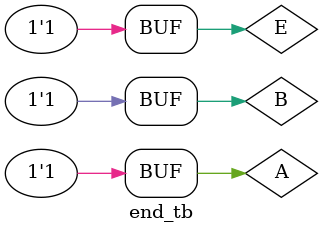
<source format=v>
module decoder(a,b,e,w,x,y,z);

input a,b,e;
output w,x,y,z;

assign w = (e&a&b);
assign x = (e&a&(!b));
assign y = (e&(!a)&b);
assign z = (e&(!a)&(!b));

endmodule

module end_tb;

    wire W,X,Y,Z;
    reg A,B,E;

    decoder my_gate(.a(A),.b(B),.e(E),.w(W),.x(X),.y(Y),.z(Z));

    initial
        begin
            $monitor(E," ",A," ",B," ",W," ",X," ",Y," ",Z);

            A = 1'bx;
            B = 1'bx;
            E = 1'b0;
            #5
            A = 1'b0;
            B = 1'b0;
            E = 1'b1;
            #5
            A = 1'b0;
            B = 1'b1;
            E = 1'b1;
            #5
            A = 1'b1;
            B = 1'b0;
            E = 1'b1;
            #5
            A = 1'b1;
            B = 1'b1;
            E = 1'b1;

        end

endmodule

</source>
